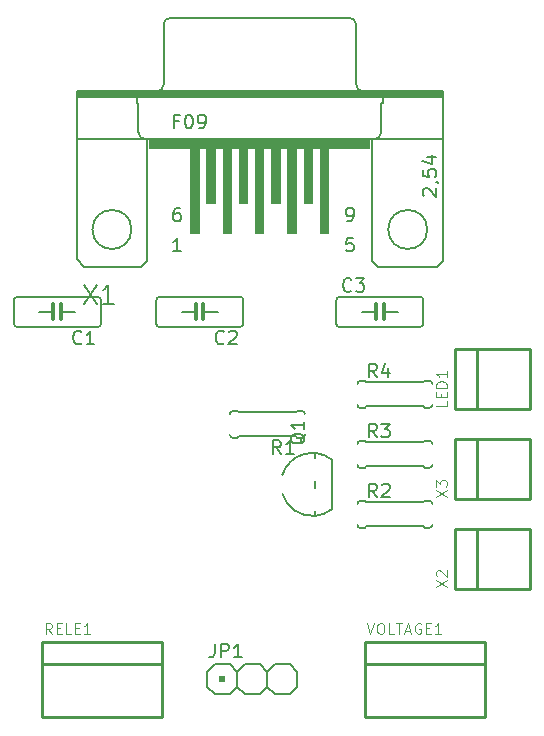
<source format=gbr>
%TF.GenerationSoftware,KiCad,Pcbnew,(6.0.6)*%
%TF.CreationDate,2022-08-19T16:35:04-03:00*%
%TF.ProjectId,hub_interior,6875625f-696e-4746-9572-696f722e6b69,rev?*%
%TF.SameCoordinates,Original*%
%TF.FileFunction,Legend,Top*%
%TF.FilePolarity,Positive*%
%FSLAX46Y46*%
G04 Gerber Fmt 4.6, Leading zero omitted, Abs format (unit mm)*
G04 Created by KiCad (PCBNEW (6.0.6)) date 2022-08-19 16:35:04*
%MOMM*%
%LPD*%
G01*
G04 APERTURE LIST*
%ADD10C,0.127000*%
%ADD11C,0.177800*%
%ADD12C,0.101600*%
%ADD13C,0.152400*%
%ADD14C,0.304800*%
%ADD15C,0.254000*%
G04 APERTURE END LIST*
D10*
%TO.C,JP1*%
X144661164Y-119757371D02*
X144661164Y-120573800D01*
X144606735Y-120737085D01*
X144497878Y-120845942D01*
X144334592Y-120900371D01*
X144225735Y-120900371D01*
X145205450Y-120900371D02*
X145205450Y-119757371D01*
X145640878Y-119757371D01*
X145749735Y-119811800D01*
X145804164Y-119866228D01*
X145858592Y-119975085D01*
X145858592Y-120138371D01*
X145804164Y-120247228D01*
X145749735Y-120301657D01*
X145640878Y-120356085D01*
X145205450Y-120356085D01*
X146947164Y-120900371D02*
X146294021Y-120900371D01*
X146620592Y-120900371D02*
X146620592Y-119757371D01*
X146511735Y-119920657D01*
X146402878Y-120029514D01*
X146294021Y-120083942D01*
%TO.C,R4*%
X158398935Y-97202171D02*
X158017935Y-96657885D01*
X157745792Y-97202171D02*
X157745792Y-96059171D01*
X158181221Y-96059171D01*
X158290078Y-96113600D01*
X158344507Y-96168028D01*
X158398935Y-96276885D01*
X158398935Y-96440171D01*
X158344507Y-96549028D01*
X158290078Y-96603457D01*
X158181221Y-96657885D01*
X157745792Y-96657885D01*
X159378650Y-96440171D02*
X159378650Y-97202171D01*
X159106507Y-96004742D02*
X158834364Y-96821171D01*
X159541935Y-96821171D01*
%TO.C,C2*%
X145461264Y-94299314D02*
X145406835Y-94353742D01*
X145243550Y-94408171D01*
X145134692Y-94408171D01*
X144971407Y-94353742D01*
X144862550Y-94244885D01*
X144808121Y-94136028D01*
X144753692Y-93918314D01*
X144753692Y-93755028D01*
X144808121Y-93537314D01*
X144862550Y-93428457D01*
X144971407Y-93319600D01*
X145134692Y-93265171D01*
X145243550Y-93265171D01*
X145406835Y-93319600D01*
X145461264Y-93374028D01*
X145896692Y-93374028D02*
X145951121Y-93319600D01*
X146059978Y-93265171D01*
X146332121Y-93265171D01*
X146440978Y-93319600D01*
X146495407Y-93374028D01*
X146549835Y-93482885D01*
X146549835Y-93591742D01*
X146495407Y-93755028D01*
X145842264Y-94408171D01*
X146549835Y-94408171D01*
%TO.C,R3*%
X158398935Y-102282171D02*
X158017935Y-101737885D01*
X157745792Y-102282171D02*
X157745792Y-101139171D01*
X158181221Y-101139171D01*
X158290078Y-101193600D01*
X158344507Y-101248028D01*
X158398935Y-101356885D01*
X158398935Y-101520171D01*
X158344507Y-101629028D01*
X158290078Y-101683457D01*
X158181221Y-101737885D01*
X157745792Y-101737885D01*
X158779935Y-101139171D02*
X159487507Y-101139171D01*
X159106507Y-101574600D01*
X159269792Y-101574600D01*
X159378650Y-101629028D01*
X159433078Y-101683457D01*
X159487507Y-101792314D01*
X159487507Y-102064457D01*
X159433078Y-102173314D01*
X159378650Y-102227742D01*
X159269792Y-102282171D01*
X158943221Y-102282171D01*
X158834364Y-102227742D01*
X158779935Y-102173314D01*
D11*
%TO.C,X1*%
X133605270Y-89357200D02*
X134672070Y-90957400D01*
X134672070Y-89357200D02*
X133605270Y-90957400D01*
X136119870Y-90957400D02*
X135205470Y-90957400D01*
X135662670Y-90957400D02*
X135662670Y-89357200D01*
X135510270Y-89585800D01*
X135357870Y-89738200D01*
X135205470Y-89814400D01*
D10*
X156385078Y-85391171D02*
X155840792Y-85391171D01*
X155786364Y-85935457D01*
X155840792Y-85881028D01*
X155949650Y-85826600D01*
X156221792Y-85826600D01*
X156330650Y-85881028D01*
X156385078Y-85935457D01*
X156439507Y-86044314D01*
X156439507Y-86316457D01*
X156385078Y-86425314D01*
X156330650Y-86479742D01*
X156221792Y-86534171D01*
X155949650Y-86534171D01*
X155840792Y-86479742D01*
X155786364Y-86425314D01*
X141616792Y-75521457D02*
X141235792Y-75521457D01*
X141235792Y-76120171D02*
X141235792Y-74977171D01*
X141780078Y-74977171D01*
X142433221Y-74977171D02*
X142542078Y-74977171D01*
X142650935Y-75031600D01*
X142705364Y-75086028D01*
X142759792Y-75194885D01*
X142814221Y-75412600D01*
X142814221Y-75684742D01*
X142759792Y-75902457D01*
X142705364Y-76011314D01*
X142650935Y-76065742D01*
X142542078Y-76120171D01*
X142433221Y-76120171D01*
X142324364Y-76065742D01*
X142269935Y-76011314D01*
X142215507Y-75902457D01*
X142161078Y-75684742D01*
X142161078Y-75412600D01*
X142215507Y-75194885D01*
X142269935Y-75086028D01*
X142324364Y-75031600D01*
X142433221Y-74977171D01*
X143358507Y-76120171D02*
X143576221Y-76120171D01*
X143685078Y-76065742D01*
X143739507Y-76011314D01*
X143848364Y-75848028D01*
X143902792Y-75630314D01*
X143902792Y-75194885D01*
X143848364Y-75086028D01*
X143793935Y-75031600D01*
X143685078Y-74977171D01*
X143467364Y-74977171D01*
X143358507Y-75031600D01*
X143304078Y-75086028D01*
X143249650Y-75194885D01*
X143249650Y-75467028D01*
X143304078Y-75575885D01*
X143358507Y-75630314D01*
X143467364Y-75684742D01*
X143685078Y-75684742D01*
X143793935Y-75630314D01*
X143848364Y-75575885D01*
X143902792Y-75467028D01*
X155895221Y-83994171D02*
X156112935Y-83994171D01*
X156221792Y-83939742D01*
X156276221Y-83885314D01*
X156385078Y-83722028D01*
X156439507Y-83504314D01*
X156439507Y-83068885D01*
X156385078Y-82960028D01*
X156330650Y-82905600D01*
X156221792Y-82851171D01*
X156004078Y-82851171D01*
X155895221Y-82905600D01*
X155840792Y-82960028D01*
X155786364Y-83068885D01*
X155786364Y-83341028D01*
X155840792Y-83449885D01*
X155895221Y-83504314D01*
X156004078Y-83558742D01*
X156221792Y-83558742D01*
X156330650Y-83504314D01*
X156385078Y-83449885D01*
X156439507Y-83341028D01*
X141834507Y-86534171D02*
X141181364Y-86534171D01*
X141507935Y-86534171D02*
X141507935Y-85391171D01*
X141399078Y-85554457D01*
X141290221Y-85663314D01*
X141181364Y-85717742D01*
X141725650Y-82851171D02*
X141507935Y-82851171D01*
X141399078Y-82905600D01*
X141344650Y-82960028D01*
X141235792Y-83123314D01*
X141181364Y-83341028D01*
X141181364Y-83776457D01*
X141235792Y-83885314D01*
X141290221Y-83939742D01*
X141399078Y-83994171D01*
X141616792Y-83994171D01*
X141725650Y-83939742D01*
X141780078Y-83885314D01*
X141834507Y-83776457D01*
X141834507Y-83504314D01*
X141780078Y-83395457D01*
X141725650Y-83341028D01*
X141616792Y-83286600D01*
X141399078Y-83286600D01*
X141290221Y-83341028D01*
X141235792Y-83395457D01*
X141181364Y-83504314D01*
X162398528Y-81843335D02*
X162344100Y-81788907D01*
X162289671Y-81680050D01*
X162289671Y-81407907D01*
X162344100Y-81299050D01*
X162398528Y-81244621D01*
X162507385Y-81190192D01*
X162616242Y-81190192D01*
X162779528Y-81244621D01*
X163432671Y-81897764D01*
X163432671Y-81190192D01*
X163378242Y-80645907D02*
X163432671Y-80645907D01*
X163541528Y-80700335D01*
X163595957Y-80754764D01*
X162289671Y-79611764D02*
X162289671Y-80156050D01*
X162833957Y-80210478D01*
X162779528Y-80156050D01*
X162725100Y-80047192D01*
X162725100Y-79775050D01*
X162779528Y-79666192D01*
X162833957Y-79611764D01*
X162942814Y-79557335D01*
X163214957Y-79557335D01*
X163323814Y-79611764D01*
X163378242Y-79666192D01*
X163432671Y-79775050D01*
X163432671Y-80047192D01*
X163378242Y-80156050D01*
X163323814Y-80210478D01*
X162670671Y-78577621D02*
X163432671Y-78577621D01*
X162235242Y-78849764D02*
X163051671Y-79121907D01*
X163051671Y-78414335D01*
D12*
%TO.C,X2*%
X163418157Y-114966931D02*
X164332557Y-114357331D01*
X163418157Y-114357331D02*
X164332557Y-114966931D01*
X163505242Y-114052531D02*
X163461700Y-114008988D01*
X163418157Y-113921902D01*
X163418157Y-113704188D01*
X163461700Y-113617102D01*
X163505242Y-113573560D01*
X163592328Y-113530017D01*
X163679414Y-113530017D01*
X163810042Y-113573560D01*
X164332557Y-114096074D01*
X164332557Y-113530017D01*
D10*
%TO.C,C1*%
X133396264Y-94299314D02*
X133341835Y-94353742D01*
X133178550Y-94408171D01*
X133069692Y-94408171D01*
X132906407Y-94353742D01*
X132797550Y-94244885D01*
X132743121Y-94136028D01*
X132688692Y-93918314D01*
X132688692Y-93755028D01*
X132743121Y-93537314D01*
X132797550Y-93428457D01*
X132906407Y-93319600D01*
X133069692Y-93265171D01*
X133178550Y-93265171D01*
X133341835Y-93319600D01*
X133396264Y-93374028D01*
X134484835Y-94408171D02*
X133831692Y-94408171D01*
X134158264Y-94408171D02*
X134158264Y-93265171D01*
X134049407Y-93428457D01*
X133940550Y-93537314D01*
X133831692Y-93591742D01*
%TO.C,R2*%
X158398935Y-107362171D02*
X158017935Y-106817885D01*
X157745792Y-107362171D02*
X157745792Y-106219171D01*
X158181221Y-106219171D01*
X158290078Y-106273600D01*
X158344507Y-106328028D01*
X158398935Y-106436885D01*
X158398935Y-106600171D01*
X158344507Y-106709028D01*
X158290078Y-106763457D01*
X158181221Y-106817885D01*
X157745792Y-106817885D01*
X158834364Y-106328028D02*
X158888792Y-106273600D01*
X158997650Y-106219171D01*
X159269792Y-106219171D01*
X159378650Y-106273600D01*
X159433078Y-106328028D01*
X159487507Y-106436885D01*
X159487507Y-106545742D01*
X159433078Y-106709028D01*
X158779935Y-107362171D01*
X159487507Y-107362171D01*
%TO.C,Q1*%
X152365528Y-101981907D02*
X152311100Y-102090764D01*
X152202242Y-102199621D01*
X152038957Y-102362907D01*
X151984528Y-102471764D01*
X151984528Y-102580621D01*
X152256671Y-102526192D02*
X152202242Y-102635050D01*
X152093385Y-102743907D01*
X151875671Y-102798335D01*
X151494671Y-102798335D01*
X151276957Y-102743907D01*
X151168100Y-102635050D01*
X151113671Y-102526192D01*
X151113671Y-102308478D01*
X151168100Y-102199621D01*
X151276957Y-102090764D01*
X151494671Y-102036335D01*
X151875671Y-102036335D01*
X152093385Y-102090764D01*
X152202242Y-102199621D01*
X152256671Y-102308478D01*
X152256671Y-102526192D01*
X152256671Y-100947764D02*
X152256671Y-101600907D01*
X152256671Y-101274335D02*
X151113671Y-101274335D01*
X151276957Y-101383192D01*
X151385814Y-101492050D01*
X151440242Y-101600907D01*
%TO.C,C3*%
X156239935Y-89854314D02*
X156185507Y-89908742D01*
X156022221Y-89963171D01*
X155913364Y-89963171D01*
X155750078Y-89908742D01*
X155641221Y-89799885D01*
X155586792Y-89691028D01*
X155532364Y-89473314D01*
X155532364Y-89310028D01*
X155586792Y-89092314D01*
X155641221Y-88983457D01*
X155750078Y-88874600D01*
X155913364Y-88820171D01*
X156022221Y-88820171D01*
X156185507Y-88874600D01*
X156239935Y-88929028D01*
X156620935Y-88820171D02*
X157328507Y-88820171D01*
X156947507Y-89255600D01*
X157110792Y-89255600D01*
X157219650Y-89310028D01*
X157274078Y-89364457D01*
X157328507Y-89473314D01*
X157328507Y-89745457D01*
X157274078Y-89854314D01*
X157219650Y-89908742D01*
X157110792Y-89963171D01*
X156784221Y-89963171D01*
X156675364Y-89908742D01*
X156620935Y-89854314D01*
D12*
%TO.C,X3*%
X163418157Y-107346931D02*
X164332557Y-106737331D01*
X163418157Y-106737331D02*
X164332557Y-107346931D01*
X163418157Y-106476074D02*
X163418157Y-105910017D01*
X163766500Y-106214817D01*
X163766500Y-106084188D01*
X163810042Y-105997102D01*
X163853585Y-105953560D01*
X163940671Y-105910017D01*
X164158385Y-105910017D01*
X164245471Y-105953560D01*
X164289014Y-105997102D01*
X164332557Y-106084188D01*
X164332557Y-106345445D01*
X164289014Y-106432531D01*
X164245471Y-106476074D01*
%TO.C,RELE1*%
X130892368Y-118930057D02*
X130587568Y-118494628D01*
X130369854Y-118930057D02*
X130369854Y-118015657D01*
X130718197Y-118015657D01*
X130805282Y-118059200D01*
X130848825Y-118102742D01*
X130892368Y-118189828D01*
X130892368Y-118320457D01*
X130848825Y-118407542D01*
X130805282Y-118451085D01*
X130718197Y-118494628D01*
X130369854Y-118494628D01*
X131284254Y-118451085D02*
X131589054Y-118451085D01*
X131719682Y-118930057D02*
X131284254Y-118930057D01*
X131284254Y-118015657D01*
X131719682Y-118015657D01*
X132546997Y-118930057D02*
X132111568Y-118930057D01*
X132111568Y-118015657D01*
X132851797Y-118451085D02*
X133156597Y-118451085D01*
X133287225Y-118930057D02*
X132851797Y-118930057D01*
X132851797Y-118015657D01*
X133287225Y-118015657D01*
X134158082Y-118930057D02*
X133635568Y-118930057D01*
X133896825Y-118930057D02*
X133896825Y-118015657D01*
X133809740Y-118146285D01*
X133722654Y-118233371D01*
X133635568Y-118276914D01*
D10*
%TO.C,R1*%
X150287264Y-103679171D02*
X149906264Y-103134885D01*
X149634121Y-103679171D02*
X149634121Y-102536171D01*
X150069550Y-102536171D01*
X150178407Y-102590600D01*
X150232835Y-102645028D01*
X150287264Y-102753885D01*
X150287264Y-102917171D01*
X150232835Y-103026028D01*
X150178407Y-103080457D01*
X150069550Y-103134885D01*
X149634121Y-103134885D01*
X151375835Y-103679171D02*
X150722692Y-103679171D01*
X151049264Y-103679171D02*
X151049264Y-102536171D01*
X150940407Y-102699457D01*
X150831550Y-102808314D01*
X150722692Y-102862742D01*
D12*
%TO.C,VOLTAGE1*%
X157544225Y-118015657D02*
X157849025Y-118930057D01*
X158153825Y-118015657D01*
X158632797Y-118015657D02*
X158806968Y-118015657D01*
X158894054Y-118059200D01*
X158981140Y-118146285D01*
X159024682Y-118320457D01*
X159024682Y-118625257D01*
X158981140Y-118799428D01*
X158894054Y-118886514D01*
X158806968Y-118930057D01*
X158632797Y-118930057D01*
X158545711Y-118886514D01*
X158458625Y-118799428D01*
X158415082Y-118625257D01*
X158415082Y-118320457D01*
X158458625Y-118146285D01*
X158545711Y-118059200D01*
X158632797Y-118015657D01*
X159851997Y-118930057D02*
X159416568Y-118930057D01*
X159416568Y-118015657D01*
X160026168Y-118015657D02*
X160548682Y-118015657D01*
X160287425Y-118930057D02*
X160287425Y-118015657D01*
X160809940Y-118668800D02*
X161245368Y-118668800D01*
X160722854Y-118930057D02*
X161027654Y-118015657D01*
X161332454Y-118930057D01*
X162116225Y-118059200D02*
X162029140Y-118015657D01*
X161898511Y-118015657D01*
X161767882Y-118059200D01*
X161680797Y-118146285D01*
X161637254Y-118233371D01*
X161593711Y-118407542D01*
X161593711Y-118538171D01*
X161637254Y-118712342D01*
X161680797Y-118799428D01*
X161767882Y-118886514D01*
X161898511Y-118930057D01*
X161985597Y-118930057D01*
X162116225Y-118886514D01*
X162159768Y-118842971D01*
X162159768Y-118538171D01*
X161985597Y-118538171D01*
X162551654Y-118451085D02*
X162856454Y-118451085D01*
X162987082Y-118930057D02*
X162551654Y-118930057D01*
X162551654Y-118015657D01*
X162987082Y-118015657D01*
X163857940Y-118930057D02*
X163335425Y-118930057D01*
X163596682Y-118930057D02*
X163596682Y-118015657D01*
X163509597Y-118146285D01*
X163422511Y-118233371D01*
X163335425Y-118276914D01*
%TO.C,LED1*%
X164332557Y-99204417D02*
X164332557Y-99639845D01*
X163418157Y-99639845D01*
X163853585Y-98899617D02*
X163853585Y-98594817D01*
X164332557Y-98464188D02*
X164332557Y-98899617D01*
X163418157Y-98899617D01*
X163418157Y-98464188D01*
X164332557Y-98072302D02*
X163418157Y-98072302D01*
X163418157Y-97854588D01*
X163461700Y-97723960D01*
X163548785Y-97636874D01*
X163635871Y-97593331D01*
X163810042Y-97549788D01*
X163940671Y-97549788D01*
X164114842Y-97593331D01*
X164201928Y-97636874D01*
X164289014Y-97723960D01*
X164332557Y-97854588D01*
X164332557Y-98072302D01*
X164332557Y-96678931D02*
X164332557Y-97201445D01*
X164332557Y-96940188D02*
X163418157Y-96940188D01*
X163548785Y-97027274D01*
X163635871Y-97114360D01*
X163679414Y-97201445D01*
D13*
%TO.C,JP1*%
X145961100Y-124053600D02*
X144691100Y-124053600D01*
X144056100Y-123418600D02*
X144691100Y-124053600D01*
X149136100Y-123418600D02*
X148501100Y-124053600D01*
X145961100Y-121513600D02*
X146596100Y-122148600D01*
X147231100Y-121513600D02*
X148501100Y-121513600D01*
X146596100Y-123418600D02*
X145961100Y-124053600D01*
X149771100Y-124053600D02*
X149136100Y-123418600D01*
X149136100Y-122148600D02*
X149771100Y-121513600D01*
X146596100Y-122148600D02*
X146596100Y-123418600D01*
X146596100Y-122148600D02*
X147231100Y-121513600D01*
X149136100Y-122148600D02*
X149136100Y-123418600D01*
X148501100Y-124053600D02*
X147231100Y-124053600D01*
X144691100Y-121513600D02*
X145961100Y-121513600D01*
X151041100Y-121513600D02*
X151676100Y-122148600D01*
X151041100Y-124053600D02*
X149771100Y-124053600D01*
X149771100Y-121513600D02*
X151041100Y-121513600D01*
X144056100Y-122148600D02*
X144056100Y-123418600D01*
X144691100Y-121513600D02*
X144056100Y-122148600D01*
X148501100Y-121513600D02*
X149136100Y-122148600D01*
X151676100Y-123418600D02*
X151041100Y-124053600D01*
X151676100Y-122148600D02*
X151676100Y-123418600D01*
X147231100Y-124053600D02*
X146596100Y-123418600D01*
G36*
X145580100Y-123037600D02*
G01*
X145072100Y-123037600D01*
X145072100Y-122529600D01*
X145580100Y-122529600D01*
X145580100Y-123037600D01*
G37*
%TO.C,R4*%
X162344100Y-97637600D02*
X157518100Y-97637600D01*
X162344100Y-99669600D02*
X157518100Y-99669600D01*
X157010100Y-97510600D02*
X157391100Y-97510600D01*
X157518100Y-99669600D02*
X157391100Y-99796600D01*
X157518100Y-97637600D02*
X157391100Y-97510600D01*
X162852100Y-97510600D02*
X162471100Y-97510600D01*
X157010100Y-99796600D02*
X157391100Y-99796600D01*
X162852100Y-99796600D02*
X162471100Y-99796600D01*
X162344100Y-99669600D02*
X162471100Y-99796600D01*
X162344100Y-97637600D02*
X162471100Y-97510600D01*
X157010100Y-97510600D02*
G75*
G03*
X156756100Y-97764600I0J-254000D01*
G01*
X162852100Y-99796600D02*
G75*
G03*
X163106100Y-99542600I0J254000D01*
G01*
X163106100Y-97764600D02*
G75*
G03*
X162852100Y-97510600I-254000J0D01*
G01*
X156756100Y-99542600D02*
G75*
G03*
X157010100Y-99796600I254000J0D01*
G01*
%TO.C,C2*%
X147104100Y-92684600D02*
X147104100Y-90652600D01*
X143725900Y-91668600D02*
X144945100Y-91668600D01*
D14*
X143725900Y-92303600D02*
X143725900Y-91668600D01*
X143090900Y-92303600D02*
X143090900Y-91668600D01*
D13*
X143090900Y-91668600D02*
X141897100Y-91668600D01*
D14*
X143090900Y-91668600D02*
X143090900Y-91033600D01*
X143725900Y-91668600D02*
X143725900Y-91033600D01*
D13*
X146850100Y-90398600D02*
X139992100Y-90398600D01*
X139992100Y-92938600D02*
X146850100Y-92938600D01*
X139738100Y-90652600D02*
X139738100Y-92684600D01*
X139992100Y-90398600D02*
G75*
G03*
X139738100Y-90652600I0J-254000D01*
G01*
X146850100Y-92938600D02*
G75*
G03*
X147104100Y-92684600I0J254000D01*
G01*
X147104100Y-90652600D02*
G75*
G03*
X146850100Y-90398600I-254000J0D01*
G01*
X139738100Y-92684600D02*
G75*
G03*
X139992100Y-92938600I254000J0D01*
G01*
%TO.C,R3*%
X162852100Y-104876600D02*
X162471100Y-104876600D01*
X157010100Y-102590600D02*
X157391100Y-102590600D01*
X162344100Y-104749600D02*
X157518100Y-104749600D01*
X157518100Y-104749600D02*
X157391100Y-104876600D01*
X162344100Y-102717600D02*
X157518100Y-102717600D01*
X162852100Y-102590600D02*
X162471100Y-102590600D01*
X157010100Y-104876600D02*
X157391100Y-104876600D01*
X157518100Y-102717600D02*
X157391100Y-102590600D01*
X162344100Y-102717600D02*
X162471100Y-102590600D01*
X162344100Y-104749600D02*
X162471100Y-104876600D01*
X156756100Y-104622600D02*
G75*
G03*
X157010100Y-104876600I254000J0D01*
G01*
X157010100Y-102590600D02*
G75*
G03*
X156756100Y-102844600I0J-254000D01*
G01*
X163106100Y-102844600D02*
G75*
G03*
X162852100Y-102590600I-254000J0D01*
G01*
X162852100Y-104876600D02*
G75*
G03*
X163106100Y-104622600I0J254000D01*
G01*
%TO.C,X1*%
X138468100Y-87858600D02*
X133642100Y-87858600D01*
X138087100Y-74015600D02*
X138087100Y-73507600D01*
X161455100Y-73507600D02*
X163995100Y-73507600D01*
X139230100Y-77063600D02*
X157772100Y-77063600D01*
X140754100Y-72999600D02*
X156248100Y-72999600D01*
X158534100Y-87858600D02*
X163487100Y-87858600D01*
X158788100Y-76428600D02*
X158788100Y-74015600D01*
X133007100Y-77063600D02*
X133007100Y-77190600D01*
X139230100Y-77825600D02*
X157772100Y-77825600D01*
X133007100Y-73507600D02*
X135547100Y-73507600D01*
X135547100Y-73507600D02*
X138087100Y-73507600D01*
X138976100Y-77063600D02*
X139230100Y-77063600D01*
X138087100Y-74015600D02*
X138214100Y-74015600D01*
X133642100Y-87858600D02*
X133007100Y-87223600D01*
X155867100Y-66776600D02*
X156121100Y-66776600D01*
X158026100Y-77063600D02*
X158915100Y-77063600D01*
X156629100Y-72364600D02*
X156629100Y-67284600D01*
X158915100Y-77063600D02*
X163995100Y-77063600D01*
X163995100Y-72999600D02*
X163995100Y-73507600D01*
X157772100Y-77063600D02*
X157772100Y-77825600D01*
X157772100Y-77063600D02*
X158026100Y-77063600D01*
X158026100Y-87350600D02*
X158026100Y-77063600D01*
X138087100Y-77063600D02*
X138976100Y-77063600D01*
X133007100Y-74015600D02*
X133007100Y-73507600D01*
X140373100Y-72364600D02*
X140373100Y-67284600D01*
X133007100Y-77063600D02*
X133007100Y-74015600D01*
X138468100Y-87858600D02*
X138976100Y-87350600D01*
X158915100Y-74015600D02*
X158915100Y-73507600D01*
X139230100Y-77063600D02*
X139230100Y-77825600D01*
X158026100Y-87350600D02*
X158534100Y-87858600D01*
X133007100Y-73507600D02*
X133007100Y-72999600D01*
X163995100Y-87350600D02*
X163995100Y-77190600D01*
X133007100Y-77063600D02*
X138087100Y-77063600D01*
X133007100Y-72999600D02*
X140754100Y-72999600D01*
X138976100Y-87350600D02*
X138976100Y-77063600D01*
X138214100Y-76428600D02*
X138214100Y-74015600D01*
X163995100Y-77063600D02*
X163995100Y-77190600D01*
X158788100Y-74015600D02*
X158915100Y-74015600D01*
X163995100Y-74015600D02*
X163995100Y-77063600D01*
X133007100Y-87223600D02*
X133007100Y-77190600D01*
X158915100Y-73507600D02*
X161455100Y-73507600D01*
X138087100Y-73507600D02*
X158915100Y-73507600D01*
X156248100Y-72999600D02*
X163995100Y-72999600D01*
X141135100Y-66776600D02*
X155867100Y-66776600D01*
X163487100Y-87858600D02*
X163995100Y-87350600D01*
X140881100Y-66776600D02*
X141135100Y-66776600D01*
X163995100Y-73507600D02*
X163995100Y-74015600D01*
X156629100Y-67284600D02*
G75*
G03*
X156121100Y-66776600I-508000J0D01*
G01*
X138214100Y-76428600D02*
G75*
G03*
X138849100Y-77063600I634999J-1D01*
G01*
X156629100Y-72364600D02*
G75*
G03*
X157264100Y-72999600I635000J0D01*
G01*
X158153100Y-77063600D02*
G75*
G03*
X158788100Y-76428600I0J635000D01*
G01*
X140881100Y-66776600D02*
G75*
G03*
X140373100Y-67284600I1J-508001D01*
G01*
X139738100Y-72999600D02*
G75*
G03*
X140373100Y-72364600I1J634999D01*
G01*
X162674300Y-84683600D02*
G75*
G03*
X162674300Y-84683600I-1651000J0D01*
G01*
X137629900Y-84683600D02*
G75*
G03*
X137629900Y-84683600I-1651000J0D01*
G01*
G36*
X153022300Y-82524600D02*
G01*
X152209500Y-82524600D01*
X152209500Y-77825600D01*
X153022300Y-77825600D01*
X153022300Y-82524600D01*
G37*
G36*
X150253700Y-82524600D02*
G01*
X149440900Y-82524600D01*
X149440900Y-77825600D01*
X150253700Y-77825600D01*
X150253700Y-82524600D01*
G37*
G36*
X154393900Y-85064600D02*
G01*
X153581100Y-85064600D01*
X153581100Y-77825600D01*
X154393900Y-77825600D01*
X154393900Y-85064600D01*
G37*
G36*
X151650700Y-85064600D02*
G01*
X150837900Y-85064600D01*
X150837900Y-77825600D01*
X151650700Y-77825600D01*
X151650700Y-85064600D01*
G37*
G36*
X144792700Y-82524600D02*
G01*
X143979900Y-82524600D01*
X143979900Y-77825600D01*
X144792700Y-77825600D01*
X144792700Y-82524600D01*
G37*
G36*
X147535900Y-82524600D02*
G01*
X146723100Y-82524600D01*
X146723100Y-77825600D01*
X147535900Y-77825600D01*
X147535900Y-82524600D01*
G37*
G36*
X148882100Y-85064600D02*
G01*
X148069300Y-85064600D01*
X148069300Y-77825600D01*
X148882100Y-77825600D01*
X148882100Y-85064600D01*
G37*
G36*
X157772100Y-77825600D02*
G01*
X139230100Y-77825600D01*
X139230100Y-77063600D01*
X157772100Y-77063600D01*
X157772100Y-77825600D01*
G37*
G36*
X146164300Y-85064600D02*
G01*
X145351500Y-85064600D01*
X145351500Y-77825600D01*
X146164300Y-77825600D01*
X146164300Y-85064600D01*
G37*
G36*
X143421100Y-85064600D02*
G01*
X142608300Y-85064600D01*
X142608300Y-77825600D01*
X143421100Y-77825600D01*
X143421100Y-85064600D01*
G37*
G36*
X163995100Y-73507600D02*
G01*
X133007100Y-73507600D01*
X133007100Y-72999600D01*
X163995100Y-72999600D01*
X163995100Y-73507600D01*
G37*
D15*
%TO.C,X2*%
X166916100Y-115163600D02*
X166916100Y-110083600D01*
X165011100Y-115163600D02*
X165011100Y-110083600D01*
X171361100Y-110083600D02*
X171361100Y-115163600D01*
X171361100Y-115163600D02*
X166916100Y-115163600D01*
X166916100Y-115163600D02*
X165011100Y-115163600D01*
X165011100Y-110083600D02*
X166916100Y-110083600D01*
X166916100Y-110083600D02*
X171361100Y-110083600D01*
D14*
%TO.C,C1*%
X131660900Y-91668600D02*
X131660900Y-91033600D01*
D13*
X131025900Y-91668600D02*
X129832100Y-91668600D01*
X135039100Y-92684600D02*
X135039100Y-90652600D01*
X127927100Y-92938600D02*
X134785100Y-92938600D01*
X127673100Y-90652600D02*
X127673100Y-92684600D01*
D14*
X131660900Y-92303600D02*
X131660900Y-91668600D01*
D13*
X134785100Y-90398600D02*
X127927100Y-90398600D01*
D14*
X131025900Y-92303600D02*
X131025900Y-91668600D01*
D13*
X131660900Y-91668600D02*
X132880100Y-91668600D01*
D14*
X131025900Y-91668600D02*
X131025900Y-91033600D01*
D13*
X135039100Y-90652600D02*
G75*
G03*
X134785100Y-90398600I-254000J0D01*
G01*
X134785100Y-92938600D02*
G75*
G03*
X135039100Y-92684600I0J254000D01*
G01*
X127927100Y-90398600D02*
G75*
G03*
X127673100Y-90652600I0J-254000D01*
G01*
X127673100Y-92684600D02*
G75*
G03*
X127927100Y-92938600I254000J0D01*
G01*
%TO.C,R2*%
X162344100Y-109829600D02*
X157518100Y-109829600D01*
X162852100Y-107670600D02*
X162471100Y-107670600D01*
X162852100Y-109956600D02*
X162471100Y-109956600D01*
X157518100Y-109829600D02*
X157391100Y-109956600D01*
X162344100Y-107797600D02*
X162471100Y-107670600D01*
X157518100Y-107797600D02*
X157391100Y-107670600D01*
X162344100Y-107797600D02*
X157518100Y-107797600D01*
X162344100Y-109829600D02*
X162471100Y-109956600D01*
X157010100Y-107670600D02*
X157391100Y-107670600D01*
X157010100Y-109956600D02*
X157391100Y-109956600D01*
X163106100Y-107924600D02*
G75*
G03*
X162852100Y-107670600I-254000J0D01*
G01*
X157010100Y-107670600D02*
G75*
G03*
X156756100Y-107924600I0J-254000D01*
G01*
X156756100Y-109702600D02*
G75*
G03*
X157010100Y-109956600I254000J0D01*
G01*
X162852100Y-109956600D02*
G75*
G03*
X163106100Y-109702600I0J254000D01*
G01*
D10*
%TO.C,Q1*%
X154597100Y-108368100D02*
X154597100Y-104179100D01*
X153200100Y-108928500D02*
X153200100Y-108527300D01*
X153200100Y-106559900D02*
X153200100Y-105987300D01*
X153200100Y-104019900D02*
X153200100Y-103618700D01*
X150397599Y-107059899D02*
G75*
G03*
X153200100Y-108928500I2548480J786298D01*
G01*
X154597099Y-104179102D02*
G75*
G03*
X150397700Y-105487300I-1650989J-2094488D01*
G01*
X153200100Y-108928501D02*
G75*
G03*
X154597100Y-108368200I-253950J2654895D01*
G01*
D13*
%TO.C,C3*%
X162344100Y-92684600D02*
X162344100Y-90652600D01*
X158991300Y-91668600D02*
X160185100Y-91668600D01*
X155232100Y-92938600D02*
X162090100Y-92938600D01*
D14*
X158991300Y-91033600D02*
X158991300Y-91668600D01*
X158356300Y-91668600D02*
X158356300Y-92303600D01*
X158356300Y-91033600D02*
X158356300Y-91668600D01*
X158991300Y-91668600D02*
X158991300Y-92303600D01*
D13*
X158356300Y-91668600D02*
X157137100Y-91668600D01*
X154978100Y-90652600D02*
X154978100Y-92684600D01*
X162090100Y-90398600D02*
X155232100Y-90398600D01*
X154978100Y-92684600D02*
G75*
G03*
X155232100Y-92938600I254000J0D01*
G01*
X162090100Y-92938600D02*
G75*
G03*
X162344100Y-92684600I0J254000D01*
G01*
X162344100Y-90652600D02*
G75*
G03*
X162090100Y-90398600I-254000J0D01*
G01*
X155232100Y-90398600D02*
G75*
G03*
X154978100Y-90652600I0J-254000D01*
G01*
D15*
%TO.C,X3*%
X166916100Y-107543600D02*
X165011100Y-107543600D01*
X171361100Y-102463600D02*
X171361100Y-107543600D01*
X165011100Y-102463600D02*
X166916100Y-102463600D01*
X166916100Y-107543600D02*
X166916100Y-102463600D01*
X165011100Y-107543600D02*
X165011100Y-102463600D01*
X171361100Y-107543600D02*
X166916100Y-107543600D01*
X166916100Y-102463600D02*
X171361100Y-102463600D01*
%TO.C,RELE1*%
X130086100Y-125958600D02*
X130086100Y-121513600D01*
X130086100Y-121513600D02*
X130086100Y-119608600D01*
X140246100Y-121513600D02*
X140246100Y-125958600D01*
X140246100Y-125958600D02*
X130086100Y-125958600D01*
X130086100Y-119608600D02*
X140246100Y-119608600D01*
X130086100Y-121513600D02*
X140246100Y-121513600D01*
X140246100Y-119608600D02*
X140246100Y-121513600D01*
D13*
%TO.C,R1*%
X151549100Y-100177600D02*
X151676100Y-100050600D01*
X152057100Y-100050600D02*
X151676100Y-100050600D01*
X146723100Y-102209600D02*
X146596100Y-102336600D01*
X152057100Y-102336600D02*
X151676100Y-102336600D01*
X151549100Y-102209600D02*
X151676100Y-102336600D01*
X146723100Y-102209600D02*
X151549100Y-102209600D01*
X146723100Y-100177600D02*
X146596100Y-100050600D01*
X146215100Y-102336600D02*
X146596100Y-102336600D01*
X146215100Y-100050600D02*
X146596100Y-100050600D01*
X146723100Y-100177600D02*
X151549100Y-100177600D01*
X152057100Y-102336600D02*
G75*
G03*
X152311100Y-102082600I0J254000D01*
G01*
X146215100Y-100050600D02*
G75*
G03*
X145961100Y-100304600I0J-254000D01*
G01*
X145961100Y-102082600D02*
G75*
G03*
X146215100Y-102336600I254000J0D01*
G01*
X152311100Y-100304600D02*
G75*
G03*
X152057100Y-100050600I-254000J0D01*
G01*
D15*
%TO.C,VOLTAGE1*%
X157391100Y-125958600D02*
X157391100Y-121513600D01*
X167551100Y-121513600D02*
X167551100Y-125958600D01*
X167551100Y-119608600D02*
X167551100Y-121513600D01*
X167551100Y-125958600D02*
X157391100Y-125958600D01*
X157391100Y-121513600D02*
X157391100Y-119608600D01*
X157391100Y-119608600D02*
X167551100Y-119608600D01*
X157391100Y-121513600D02*
X167551100Y-121513600D01*
%TO.C,LED1*%
X165011100Y-94843600D02*
X166916100Y-94843600D01*
X166916100Y-99923600D02*
X165011100Y-99923600D01*
X171361100Y-94843600D02*
X171361100Y-99923600D01*
X171361100Y-99923600D02*
X166916100Y-99923600D01*
X165011100Y-99923600D02*
X165011100Y-94843600D01*
X166916100Y-99923600D02*
X166916100Y-94843600D01*
X166916100Y-94843600D02*
X171361100Y-94843600D01*
%TD*%
M02*

</source>
